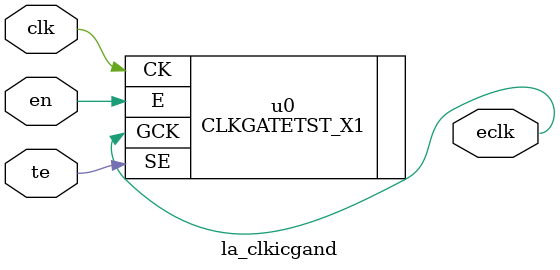
<source format=v>

(* keep_hierarchy *)
module la_clkicgand #(
    parameter PROP = "DEFAULT"
) (
    input  clk,  // clock input
    input  te,   // test enable
    input  en,   // enable (from positive edge FF)
    output eclk  // enabled clock output
);

  // reg en_stable;

  // always @(clk or en or te) if (~clk) en_stable <= en | te;

  // assign eclk = clk & en_stable;

  CLKGATETST_X1 u0 (
      .CK (clk),
      .E  (en),
      .SE (te),
      .GCK(eclk)
  );

endmodule

</source>
